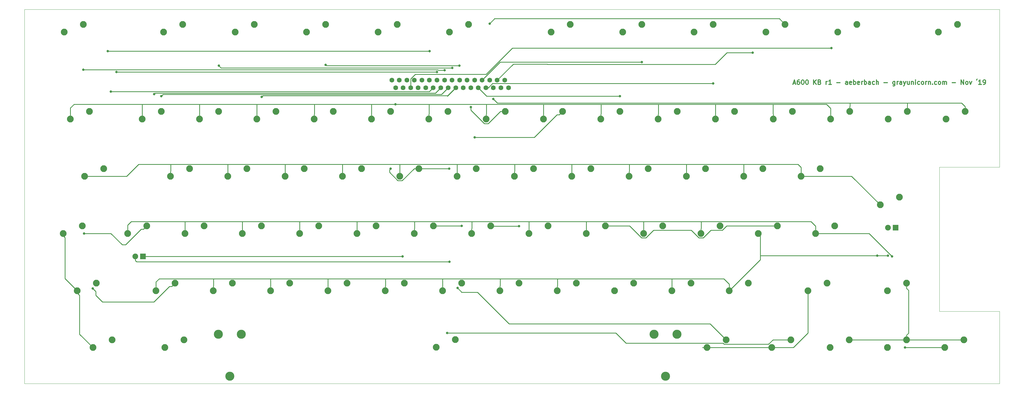
<source format=gbr>
G04 #@! TF.GenerationSoftware,KiCad,Pcbnew,(5.1.4-0-10_14)*
G04 #@! TF.CreationDate,2019-11-18T20:50:20+11:00*
G04 #@! TF.ProjectId,A600KB,41363030-4b42-42e6-9b69-6361645f7063,rev?*
G04 #@! TF.SameCoordinates,Original*
G04 #@! TF.FileFunction,Copper,L1,Top*
G04 #@! TF.FilePolarity,Positive*
%FSLAX46Y46*%
G04 Gerber Fmt 4.6, Leading zero omitted, Abs format (unit mm)*
G04 Created by KiCad (PCBNEW (5.1.4-0-10_14)) date 2019-11-18 20:50:20*
%MOMM*%
%LPD*%
G04 APERTURE LIST*
%ADD10C,0.300000*%
%ADD11C,0.100000*%
%ADD12C,3.000000*%
%ADD13C,2.250000*%
%ADD14C,1.600000*%
%ADD15C,1.905000*%
%ADD16R,1.905000X1.905000*%
%ADD17C,0.800000*%
%ADD18C,0.250000*%
G04 APERTURE END LIST*
D10*
X295441714Y-64512000D02*
X296156000Y-64512000D01*
X295298857Y-64940571D02*
X295798857Y-63440571D01*
X296298857Y-64940571D01*
X297441714Y-63440571D02*
X297156000Y-63440571D01*
X297013142Y-63512000D01*
X296941714Y-63583428D01*
X296798857Y-63797714D01*
X296727428Y-64083428D01*
X296727428Y-64654857D01*
X296798857Y-64797714D01*
X296870285Y-64869142D01*
X297013142Y-64940571D01*
X297298857Y-64940571D01*
X297441714Y-64869142D01*
X297513142Y-64797714D01*
X297584571Y-64654857D01*
X297584571Y-64297714D01*
X297513142Y-64154857D01*
X297441714Y-64083428D01*
X297298857Y-64012000D01*
X297013142Y-64012000D01*
X296870285Y-64083428D01*
X296798857Y-64154857D01*
X296727428Y-64297714D01*
X298513142Y-63440571D02*
X298656000Y-63440571D01*
X298798857Y-63512000D01*
X298870285Y-63583428D01*
X298941714Y-63726285D01*
X299013142Y-64012000D01*
X299013142Y-64369142D01*
X298941714Y-64654857D01*
X298870285Y-64797714D01*
X298798857Y-64869142D01*
X298656000Y-64940571D01*
X298513142Y-64940571D01*
X298370285Y-64869142D01*
X298298857Y-64797714D01*
X298227428Y-64654857D01*
X298156000Y-64369142D01*
X298156000Y-64012000D01*
X298227428Y-63726285D01*
X298298857Y-63583428D01*
X298370285Y-63512000D01*
X298513142Y-63440571D01*
X299941714Y-63440571D02*
X300084571Y-63440571D01*
X300227428Y-63512000D01*
X300298857Y-63583428D01*
X300370285Y-63726285D01*
X300441714Y-64012000D01*
X300441714Y-64369142D01*
X300370285Y-64654857D01*
X300298857Y-64797714D01*
X300227428Y-64869142D01*
X300084571Y-64940571D01*
X299941714Y-64940571D01*
X299798857Y-64869142D01*
X299727428Y-64797714D01*
X299656000Y-64654857D01*
X299584571Y-64369142D01*
X299584571Y-64012000D01*
X299656000Y-63726285D01*
X299727428Y-63583428D01*
X299798857Y-63512000D01*
X299941714Y-63440571D01*
X302227428Y-64940571D02*
X302227428Y-63440571D01*
X303084571Y-64940571D02*
X302441714Y-64083428D01*
X303084571Y-63440571D02*
X302227428Y-64297714D01*
X304227428Y-64154857D02*
X304441714Y-64226285D01*
X304513142Y-64297714D01*
X304584571Y-64440571D01*
X304584571Y-64654857D01*
X304513142Y-64797714D01*
X304441714Y-64869142D01*
X304298857Y-64940571D01*
X303727428Y-64940571D01*
X303727428Y-63440571D01*
X304227428Y-63440571D01*
X304370285Y-63512000D01*
X304441714Y-63583428D01*
X304513142Y-63726285D01*
X304513142Y-63869142D01*
X304441714Y-64012000D01*
X304370285Y-64083428D01*
X304227428Y-64154857D01*
X303727428Y-64154857D01*
X306370285Y-64940571D02*
X306370285Y-63940571D01*
X306370285Y-64226285D02*
X306441714Y-64083428D01*
X306513142Y-64012000D01*
X306656000Y-63940571D01*
X306798857Y-63940571D01*
X308084571Y-64940571D02*
X307227428Y-64940571D01*
X307656000Y-64940571D02*
X307656000Y-63440571D01*
X307513142Y-63654857D01*
X307370285Y-63797714D01*
X307227428Y-63869142D01*
X309870285Y-64369142D02*
X311013142Y-64369142D01*
X313513142Y-64940571D02*
X313513142Y-64154857D01*
X313441714Y-64012000D01*
X313298857Y-63940571D01*
X313013142Y-63940571D01*
X312870285Y-64012000D01*
X313513142Y-64869142D02*
X313370285Y-64940571D01*
X313013142Y-64940571D01*
X312870285Y-64869142D01*
X312798857Y-64726285D01*
X312798857Y-64583428D01*
X312870285Y-64440571D01*
X313013142Y-64369142D01*
X313370285Y-64369142D01*
X313513142Y-64297714D01*
X314798857Y-64869142D02*
X314656000Y-64940571D01*
X314370285Y-64940571D01*
X314227428Y-64869142D01*
X314156000Y-64726285D01*
X314156000Y-64154857D01*
X314227428Y-64012000D01*
X314370285Y-63940571D01*
X314656000Y-63940571D01*
X314798857Y-64012000D01*
X314870285Y-64154857D01*
X314870285Y-64297714D01*
X314156000Y-64440571D01*
X315513142Y-64940571D02*
X315513142Y-63440571D01*
X315513142Y-64012000D02*
X315656000Y-63940571D01*
X315941714Y-63940571D01*
X316084571Y-64012000D01*
X316156000Y-64083428D01*
X316227428Y-64226285D01*
X316227428Y-64654857D01*
X316156000Y-64797714D01*
X316084571Y-64869142D01*
X315941714Y-64940571D01*
X315656000Y-64940571D01*
X315513142Y-64869142D01*
X317441714Y-64869142D02*
X317298857Y-64940571D01*
X317013142Y-64940571D01*
X316870285Y-64869142D01*
X316798857Y-64726285D01*
X316798857Y-64154857D01*
X316870285Y-64012000D01*
X317013142Y-63940571D01*
X317298857Y-63940571D01*
X317441714Y-64012000D01*
X317513142Y-64154857D01*
X317513142Y-64297714D01*
X316798857Y-64440571D01*
X318156000Y-64940571D02*
X318156000Y-63940571D01*
X318156000Y-64226285D02*
X318227428Y-64083428D01*
X318298857Y-64012000D01*
X318441714Y-63940571D01*
X318584571Y-63940571D01*
X319084571Y-64940571D02*
X319084571Y-63440571D01*
X319084571Y-64012000D02*
X319227428Y-63940571D01*
X319513142Y-63940571D01*
X319656000Y-64012000D01*
X319727428Y-64083428D01*
X319798857Y-64226285D01*
X319798857Y-64654857D01*
X319727428Y-64797714D01*
X319656000Y-64869142D01*
X319513142Y-64940571D01*
X319227428Y-64940571D01*
X319084571Y-64869142D01*
X321084571Y-64940571D02*
X321084571Y-64154857D01*
X321013142Y-64012000D01*
X320870285Y-63940571D01*
X320584571Y-63940571D01*
X320441714Y-64012000D01*
X321084571Y-64869142D02*
X320941714Y-64940571D01*
X320584571Y-64940571D01*
X320441714Y-64869142D01*
X320370285Y-64726285D01*
X320370285Y-64583428D01*
X320441714Y-64440571D01*
X320584571Y-64369142D01*
X320941714Y-64369142D01*
X321084571Y-64297714D01*
X322441714Y-64869142D02*
X322298857Y-64940571D01*
X322013142Y-64940571D01*
X321870285Y-64869142D01*
X321798857Y-64797714D01*
X321727428Y-64654857D01*
X321727428Y-64226285D01*
X321798857Y-64083428D01*
X321870285Y-64012000D01*
X322013142Y-63940571D01*
X322298857Y-63940571D01*
X322441714Y-64012000D01*
X323084571Y-64940571D02*
X323084571Y-63440571D01*
X323727428Y-64940571D02*
X323727428Y-64154857D01*
X323656000Y-64012000D01*
X323513142Y-63940571D01*
X323298857Y-63940571D01*
X323156000Y-64012000D01*
X323084571Y-64083428D01*
X325584571Y-64369142D02*
X326727428Y-64369142D01*
X329227428Y-63940571D02*
X329227428Y-65154857D01*
X329156000Y-65297714D01*
X329084571Y-65369142D01*
X328941714Y-65440571D01*
X328727428Y-65440571D01*
X328584571Y-65369142D01*
X329227428Y-64869142D02*
X329084571Y-64940571D01*
X328798857Y-64940571D01*
X328656000Y-64869142D01*
X328584571Y-64797714D01*
X328513142Y-64654857D01*
X328513142Y-64226285D01*
X328584571Y-64083428D01*
X328656000Y-64012000D01*
X328798857Y-63940571D01*
X329084571Y-63940571D01*
X329227428Y-64012000D01*
X329941714Y-64940571D02*
X329941714Y-63940571D01*
X329941714Y-64226285D02*
X330013142Y-64083428D01*
X330084571Y-64012000D01*
X330227428Y-63940571D01*
X330370285Y-63940571D01*
X331513142Y-64940571D02*
X331513142Y-64154857D01*
X331441714Y-64012000D01*
X331298857Y-63940571D01*
X331013142Y-63940571D01*
X330870285Y-64012000D01*
X331513142Y-64869142D02*
X331370285Y-64940571D01*
X331013142Y-64940571D01*
X330870285Y-64869142D01*
X330798857Y-64726285D01*
X330798857Y-64583428D01*
X330870285Y-64440571D01*
X331013142Y-64369142D01*
X331370285Y-64369142D01*
X331513142Y-64297714D01*
X332084571Y-63940571D02*
X332441714Y-64940571D01*
X332798857Y-63940571D02*
X332441714Y-64940571D01*
X332298857Y-65297714D01*
X332227428Y-65369142D01*
X332084571Y-65440571D01*
X334013142Y-63940571D02*
X334013142Y-64940571D01*
X333370285Y-63940571D02*
X333370285Y-64726285D01*
X333441714Y-64869142D01*
X333584571Y-64940571D01*
X333798857Y-64940571D01*
X333941714Y-64869142D01*
X334013142Y-64797714D01*
X334727428Y-63940571D02*
X334727428Y-64940571D01*
X334727428Y-64083428D02*
X334798857Y-64012000D01*
X334941714Y-63940571D01*
X335156000Y-63940571D01*
X335298857Y-64012000D01*
X335370285Y-64154857D01*
X335370285Y-64940571D01*
X336084571Y-64940571D02*
X336084571Y-63940571D01*
X336084571Y-63440571D02*
X336013142Y-63512000D01*
X336084571Y-63583428D01*
X336156000Y-63512000D01*
X336084571Y-63440571D01*
X336084571Y-63583428D01*
X337441714Y-64869142D02*
X337298857Y-64940571D01*
X337013142Y-64940571D01*
X336870285Y-64869142D01*
X336798857Y-64797714D01*
X336727428Y-64654857D01*
X336727428Y-64226285D01*
X336798857Y-64083428D01*
X336870285Y-64012000D01*
X337013142Y-63940571D01*
X337298857Y-63940571D01*
X337441714Y-64012000D01*
X338298857Y-64940571D02*
X338156000Y-64869142D01*
X338084571Y-64797714D01*
X338013142Y-64654857D01*
X338013142Y-64226285D01*
X338084571Y-64083428D01*
X338156000Y-64012000D01*
X338298857Y-63940571D01*
X338513142Y-63940571D01*
X338656000Y-64012000D01*
X338727428Y-64083428D01*
X338798857Y-64226285D01*
X338798857Y-64654857D01*
X338727428Y-64797714D01*
X338656000Y-64869142D01*
X338513142Y-64940571D01*
X338298857Y-64940571D01*
X339441714Y-64940571D02*
X339441714Y-63940571D01*
X339441714Y-64226285D02*
X339513142Y-64083428D01*
X339584571Y-64012000D01*
X339727428Y-63940571D01*
X339870285Y-63940571D01*
X340370285Y-63940571D02*
X340370285Y-64940571D01*
X340370285Y-64083428D02*
X340441714Y-64012000D01*
X340584571Y-63940571D01*
X340798857Y-63940571D01*
X340941714Y-64012000D01*
X341013142Y-64154857D01*
X341013142Y-64940571D01*
X341727428Y-64797714D02*
X341798857Y-64869142D01*
X341727428Y-64940571D01*
X341656000Y-64869142D01*
X341727428Y-64797714D01*
X341727428Y-64940571D01*
X343084571Y-64869142D02*
X342941714Y-64940571D01*
X342656000Y-64940571D01*
X342513142Y-64869142D01*
X342441714Y-64797714D01*
X342370285Y-64654857D01*
X342370285Y-64226285D01*
X342441714Y-64083428D01*
X342513142Y-64012000D01*
X342656000Y-63940571D01*
X342941714Y-63940571D01*
X343084571Y-64012000D01*
X343941714Y-64940571D02*
X343798857Y-64869142D01*
X343727428Y-64797714D01*
X343656000Y-64654857D01*
X343656000Y-64226285D01*
X343727428Y-64083428D01*
X343798857Y-64012000D01*
X343941714Y-63940571D01*
X344156000Y-63940571D01*
X344298857Y-64012000D01*
X344370285Y-64083428D01*
X344441714Y-64226285D01*
X344441714Y-64654857D01*
X344370285Y-64797714D01*
X344298857Y-64869142D01*
X344156000Y-64940571D01*
X343941714Y-64940571D01*
X345084571Y-64940571D02*
X345084571Y-63940571D01*
X345084571Y-64083428D02*
X345156000Y-64012000D01*
X345298857Y-63940571D01*
X345513142Y-63940571D01*
X345656000Y-64012000D01*
X345727428Y-64154857D01*
X345727428Y-64940571D01*
X345727428Y-64154857D02*
X345798857Y-64012000D01*
X345941714Y-63940571D01*
X346156000Y-63940571D01*
X346298857Y-64012000D01*
X346370285Y-64154857D01*
X346370285Y-64940571D01*
X348227428Y-64369142D02*
X349370285Y-64369142D01*
X351227428Y-64940571D02*
X351227428Y-63440571D01*
X352084571Y-64940571D01*
X352084571Y-63440571D01*
X353013142Y-64940571D02*
X352870285Y-64869142D01*
X352798857Y-64797714D01*
X352727428Y-64654857D01*
X352727428Y-64226285D01*
X352798857Y-64083428D01*
X352870285Y-64012000D01*
X353013142Y-63940571D01*
X353227428Y-63940571D01*
X353370285Y-64012000D01*
X353441714Y-64083428D01*
X353513142Y-64226285D01*
X353513142Y-64654857D01*
X353441714Y-64797714D01*
X353370285Y-64869142D01*
X353227428Y-64940571D01*
X353013142Y-64940571D01*
X354013142Y-63940571D02*
X354370285Y-64940571D01*
X354727428Y-63940571D01*
X356370285Y-63512000D02*
X356370285Y-63440571D01*
X356441714Y-63297714D01*
X356513142Y-63226285D01*
X357941714Y-64940571D02*
X357084571Y-64940571D01*
X357513142Y-64940571D02*
X357513142Y-63440571D01*
X357370285Y-63654857D01*
X357227428Y-63797714D01*
X357084571Y-63869142D01*
X358656000Y-64940571D02*
X358941714Y-64940571D01*
X359084571Y-64869142D01*
X359156000Y-64797714D01*
X359298857Y-64583428D01*
X359370285Y-64297714D01*
X359370285Y-63726285D01*
X359298857Y-63583428D01*
X359227428Y-63512000D01*
X359084571Y-63440571D01*
X358798857Y-63440571D01*
X358656000Y-63512000D01*
X358584571Y-63583428D01*
X358513142Y-63726285D01*
X358513142Y-64083428D01*
X358584571Y-64226285D01*
X358656000Y-64297714D01*
X358798857Y-64369142D01*
X359084571Y-64369142D01*
X359227428Y-64297714D01*
X359298857Y-64226285D01*
X359370285Y-64083428D01*
D11*
X364000000Y-140500000D02*
X364000000Y-164500000D01*
X364000000Y-40000000D02*
X364000000Y-92500000D01*
X344000000Y-92500000D02*
X364000000Y-92500000D01*
X344000000Y-140500000D02*
X344000000Y-92500000D01*
X364000000Y-140500000D02*
X344000000Y-140500000D01*
X40000000Y-164500000D02*
X364000000Y-164500000D01*
X40000000Y-40000000D02*
X40000000Y-164500000D01*
X40000000Y-40000000D02*
X364000000Y-40000000D01*
D12*
X256794000Y-148082000D03*
X249174000Y-148082000D03*
X252984000Y-162052000D03*
X112014000Y-148082000D03*
X104394000Y-148082000D03*
X108204000Y-162052000D03*
D13*
X183134000Y-149860000D03*
X176784000Y-152400000D03*
X66294000Y-92964000D03*
X59944000Y-95504000D03*
X63881000Y-131064000D03*
X57531000Y-133604000D03*
X306705000Y-131064000D03*
X300355000Y-133604000D03*
D14*
X162052000Y-63540000D03*
X163302000Y-66040000D03*
X164552000Y-63540000D03*
X165802000Y-66040000D03*
X167052000Y-63540000D03*
X168302000Y-66040000D03*
X169552000Y-63540000D03*
X170802000Y-66040000D03*
X172052000Y-63540000D03*
X173302000Y-66040000D03*
X174552000Y-63540000D03*
X175802000Y-66040000D03*
X177052000Y-63540000D03*
X178302000Y-66040000D03*
X179552000Y-63540000D03*
X180802000Y-66040000D03*
X182052000Y-63540000D03*
X183302000Y-66040000D03*
X184552000Y-63540000D03*
X185802000Y-66040000D03*
X187052000Y-63540000D03*
X188302000Y-66040000D03*
X189552000Y-63540000D03*
X190802000Y-66040000D03*
X192052000Y-63540000D03*
X193302000Y-66040000D03*
X194552000Y-63540000D03*
X195802000Y-66040000D03*
X197052000Y-63540000D03*
X198302000Y-66040000D03*
X199552000Y-63540000D03*
X200802000Y-66040000D03*
D13*
X59563000Y-44958000D03*
X53213000Y-47498000D03*
X86233000Y-47498000D03*
X92583000Y-44958000D03*
X116332000Y-44958000D03*
X109982000Y-47498000D03*
X133731000Y-47498000D03*
X140081000Y-44958000D03*
X163830000Y-44958000D03*
X157480000Y-47498000D03*
X181229000Y-47498000D03*
X187579000Y-44958000D03*
X221361000Y-44958000D03*
X215011000Y-47498000D03*
X238760000Y-47498000D03*
X245110000Y-44958000D03*
X268859000Y-44958000D03*
X262509000Y-47498000D03*
X286385000Y-47498000D03*
X292735000Y-44958000D03*
X316611000Y-44958000D03*
X310261000Y-47498000D03*
X55245000Y-76454000D03*
X61595000Y-73914000D03*
X79121000Y-76454000D03*
X85471000Y-73914000D03*
X104521000Y-73914000D03*
X98171000Y-76454000D03*
X117221000Y-76454000D03*
X123571000Y-73914000D03*
X142621000Y-73914000D03*
X136271000Y-76454000D03*
X161671000Y-73914000D03*
X155321000Y-76454000D03*
X174371000Y-76454000D03*
X180721000Y-73914000D03*
X199771000Y-73914000D03*
X193421000Y-76454000D03*
X212471000Y-76454000D03*
X218821000Y-73914000D03*
X237871000Y-73914000D03*
X231521000Y-76454000D03*
X256921000Y-73914000D03*
X250571000Y-76454000D03*
X269621000Y-76454000D03*
X275971000Y-73914000D03*
X295148000Y-73914000D03*
X288798000Y-76454000D03*
X307848000Y-76454000D03*
X314198000Y-73914000D03*
X327025000Y-76454000D03*
X333375000Y-73914000D03*
X352552000Y-73914000D03*
X346202000Y-76454000D03*
X343662000Y-47498000D03*
X350012000Y-44958000D03*
X88519000Y-95504000D03*
X94869000Y-92964000D03*
X113919000Y-92964000D03*
X107569000Y-95504000D03*
X126619000Y-95504000D03*
X132969000Y-92964000D03*
X152019000Y-92964000D03*
X145669000Y-95504000D03*
X164719000Y-95504000D03*
X171069000Y-92964000D03*
X190119000Y-92964000D03*
X183769000Y-95504000D03*
X202819000Y-95504000D03*
X209169000Y-92964000D03*
X228219000Y-92964000D03*
X221869000Y-95504000D03*
X240919000Y-95504000D03*
X247269000Y-92964000D03*
X266319000Y-92964000D03*
X259969000Y-95504000D03*
X279019000Y-95504000D03*
X285369000Y-92964000D03*
X304419000Y-92964000D03*
X298069000Y-95504000D03*
X330708000Y-102489000D03*
X324358000Y-105029000D03*
D15*
X326898000Y-112649000D03*
D16*
X329438000Y-112649000D03*
D13*
X59182000Y-112014000D03*
X52832000Y-114554000D03*
X80645000Y-112014000D03*
X74295000Y-114554000D03*
D15*
X76835000Y-122174000D03*
D16*
X79375000Y-122174000D03*
D13*
X99695000Y-112014000D03*
X93345000Y-114554000D03*
X112395000Y-114554000D03*
X118745000Y-112014000D03*
X137795000Y-112014000D03*
X131445000Y-114554000D03*
X150495000Y-114554000D03*
X156845000Y-112014000D03*
X175895000Y-112014000D03*
X169545000Y-114554000D03*
X188595000Y-114554000D03*
X194945000Y-112014000D03*
X213995000Y-112014000D03*
X207645000Y-114554000D03*
X226695000Y-114554000D03*
X233045000Y-112014000D03*
X252095000Y-112014000D03*
X245745000Y-114554000D03*
X264795000Y-114554000D03*
X271145000Y-112014000D03*
X242443000Y-131064000D03*
X236093000Y-133604000D03*
X302895000Y-114554000D03*
X309245000Y-112014000D03*
X326771000Y-133604000D03*
X333121000Y-131064000D03*
X90043000Y-131064000D03*
X83693000Y-133604000D03*
X102743000Y-133604000D03*
X109093000Y-131064000D03*
X121793000Y-133604000D03*
X128143000Y-131064000D03*
X147193000Y-131064000D03*
X140843000Y-133604000D03*
X159893000Y-133604000D03*
X166243000Y-131064000D03*
X185293000Y-131064000D03*
X178943000Y-133604000D03*
X197993000Y-133604000D03*
X204343000Y-131064000D03*
X223393000Y-131064000D03*
X217043000Y-133604000D03*
X283845000Y-114554000D03*
X290195000Y-112014000D03*
X261493000Y-131064000D03*
X255143000Y-133604000D03*
X274193000Y-133604000D03*
X280543000Y-131064000D03*
X314071000Y-149987000D03*
X307721000Y-152527000D03*
X333121000Y-149987000D03*
X326771000Y-152527000D03*
X345821000Y-152527000D03*
X352171000Y-149987000D03*
X62738000Y-152527000D03*
X69088000Y-149987000D03*
X92964000Y-149987000D03*
X86614000Y-152527000D03*
X266827000Y-152527000D03*
X273177000Y-149987000D03*
X288290000Y-152527000D03*
X294640000Y-149987000D03*
D17*
X163252990Y-71570010D03*
X165608000Y-122174000D03*
X328262099Y-122206901D03*
X332613000Y-152527000D03*
X308102000Y-52832000D03*
X326898000Y-121920000D03*
X323342000Y-121920000D03*
X180434099Y-147668099D03*
X181229000Y-123952000D03*
X183896000Y-132715000D03*
X174625000Y-53848000D03*
X67691000Y-53848000D03*
X68707000Y-67310000D03*
X177052000Y-60847000D03*
X70499000Y-60847000D03*
X83058000Y-68199000D03*
X59817000Y-114554000D03*
X62676999Y-132907999D03*
X179552000Y-60224000D03*
X59563000Y-60071000D03*
X85471000Y-68834000D03*
X182118000Y-59436000D03*
X104584500Y-58737500D03*
X118808500Y-69151500D03*
X184531000Y-58674000D03*
X140081000Y-58420000D03*
X161671000Y-92964000D03*
X181102000Y-92964000D03*
X185293000Y-112014000D03*
X204343000Y-112141000D03*
X188341000Y-72517000D03*
X189611000Y-82550000D03*
X237871000Y-68834000D03*
X245110000Y-57531000D03*
X268859000Y-64643000D03*
X194564000Y-44704000D03*
X195802000Y-69818000D03*
X281940000Y-54356000D03*
D18*
X55245000Y-72771000D02*
X55245000Y-76454000D01*
X307848000Y-72898000D02*
X306520010Y-71570010D01*
X56445990Y-71570010D02*
X55245000Y-72771000D01*
X307848000Y-76454000D02*
X307848000Y-72898000D01*
X79121000Y-76454000D02*
X79121000Y-71570010D01*
X98171000Y-76454000D02*
X98171000Y-71570010D01*
X117221000Y-76454000D02*
X117221000Y-71570010D01*
X136328990Y-74805020D02*
X136328990Y-71570010D01*
X136271000Y-74863010D02*
X136328990Y-74805020D01*
X136328990Y-71570010D02*
X56445990Y-71570010D01*
X136271000Y-76454000D02*
X136271000Y-74863010D01*
X155321000Y-76454000D02*
X155321000Y-71570010D01*
X163252990Y-71570010D02*
X136328990Y-71570010D01*
X174428990Y-74805020D02*
X174428990Y-71570010D01*
X174371000Y-74863010D02*
X174428990Y-74805020D01*
X174371000Y-76454000D02*
X174371000Y-74863010D01*
X174428990Y-71570010D02*
X163252990Y-71570010D01*
X193478990Y-74805020D02*
X193478990Y-71570010D01*
X193421000Y-74863010D02*
X193478990Y-74805020D01*
X193421000Y-76454000D02*
X193421000Y-74863010D01*
X193478990Y-71570010D02*
X174428990Y-71570010D01*
X212471000Y-76454000D02*
X212471000Y-71628000D01*
X212471000Y-71628000D02*
X212413010Y-71570010D01*
X212413010Y-71570010D02*
X193478990Y-71570010D01*
X231578990Y-74805020D02*
X231578990Y-71570010D01*
X231521000Y-74863010D02*
X231578990Y-74805020D01*
X231521000Y-76454000D02*
X231521000Y-74863010D01*
X231578990Y-71570010D02*
X212413010Y-71570010D01*
X250628990Y-74805020D02*
X250628990Y-71570010D01*
X250571000Y-74863010D02*
X250628990Y-74805020D01*
X250628990Y-71570010D02*
X231578990Y-71570010D01*
X250571000Y-76454000D02*
X250571000Y-74863010D01*
X269621000Y-71628000D02*
X269563010Y-71570010D01*
X269621000Y-76454000D02*
X269621000Y-71628000D01*
X269563010Y-71570010D02*
X250628990Y-71570010D01*
X288798000Y-76454000D02*
X288798000Y-74863010D01*
X288740010Y-74805020D02*
X288740010Y-71570010D01*
X288740010Y-71570010D02*
X269563010Y-71570010D01*
X288798000Y-74863010D02*
X288740010Y-74805020D01*
X306520010Y-71570010D02*
X288740010Y-71570010D01*
X163252990Y-71570010D02*
X163252990Y-71570010D01*
X314833000Y-95504000D02*
X324358000Y-105029000D01*
X298069000Y-95504000D02*
X314833000Y-95504000D01*
X61534990Y-95504000D02*
X59944000Y-95504000D01*
X73951772Y-95504000D02*
X61534990Y-95504000D01*
X77941773Y-91513999D02*
X73951772Y-95504000D01*
X298069000Y-92583000D02*
X296999999Y-91513999D01*
X298069000Y-95504000D02*
X298069000Y-92583000D01*
X88572001Y-93860009D02*
X88572001Y-91513999D01*
X88519000Y-93913010D02*
X88572001Y-93860009D01*
X88572001Y-91513999D02*
X77941773Y-91513999D01*
X88519000Y-95504000D02*
X88519000Y-93913010D01*
X107569000Y-91587998D02*
X107642999Y-91513999D01*
X107569000Y-95504000D02*
X107569000Y-91587998D01*
X107642999Y-91513999D02*
X88572001Y-91513999D01*
X126619000Y-95504000D02*
X126619000Y-91587998D01*
X126619000Y-91587998D02*
X126692999Y-91513999D01*
X126692999Y-91513999D02*
X107642999Y-91513999D01*
X145669000Y-91567000D02*
X145722001Y-91513999D01*
X145669000Y-95504000D02*
X145669000Y-91567000D01*
X145722001Y-91513999D02*
X126692999Y-91513999D01*
X164719000Y-95504000D02*
X164719000Y-91567000D01*
X164665999Y-91513999D02*
X145722001Y-91513999D01*
X164719000Y-91567000D02*
X164665999Y-91513999D01*
X183769000Y-91567000D02*
X183715999Y-91513999D01*
X183715999Y-91513999D02*
X164665999Y-91513999D01*
X183769000Y-95504000D02*
X183769000Y-91567000D01*
X202872001Y-93860009D02*
X202872001Y-91513999D01*
X202819000Y-93913010D02*
X202872001Y-93860009D01*
X202819000Y-95504000D02*
X202819000Y-93913010D01*
X202872001Y-91513999D02*
X183715999Y-91513999D01*
X221815999Y-93860009D02*
X221815999Y-91513999D01*
X221869000Y-93913010D02*
X221815999Y-93860009D01*
X221869000Y-95504000D02*
X221869000Y-93913010D01*
X221815999Y-91513999D02*
X202872001Y-91513999D01*
X240919000Y-95504000D02*
X240919000Y-93913010D01*
X240919000Y-93913010D02*
X240972001Y-93860009D01*
X240972001Y-91513999D02*
X221815999Y-91513999D01*
X240972001Y-93860009D02*
X240972001Y-91513999D01*
X259969000Y-91567000D02*
X259915999Y-91513999D01*
X259969000Y-95504000D02*
X259969000Y-91567000D01*
X259915999Y-91513999D02*
X240972001Y-91513999D01*
X279019000Y-93913010D02*
X278965999Y-93860009D01*
X278965999Y-93860009D02*
X278965999Y-91513999D01*
X279019000Y-95504000D02*
X279019000Y-93913010D01*
X278965999Y-91513999D02*
X259915999Y-91513999D01*
X296999999Y-91513999D02*
X278965999Y-91513999D01*
X165608000Y-122174000D02*
X79375000Y-122174000D01*
X74295000Y-111760000D02*
X74295000Y-114554000D01*
X75438000Y-110617000D02*
X74295000Y-111760000D01*
X79948999Y-110563999D02*
X79895998Y-110617000D01*
X79895998Y-110617000D02*
X75438000Y-110617000D01*
X302895000Y-112141000D02*
X301317999Y-110563999D01*
X302895000Y-114554000D02*
X302895000Y-112141000D01*
X93345000Y-110617000D02*
X93291999Y-110563999D01*
X93291999Y-110563999D02*
X79948999Y-110563999D01*
X93345000Y-114554000D02*
X93345000Y-110617000D01*
X112395000Y-110637998D02*
X112321001Y-110563999D01*
X112395000Y-114554000D02*
X112395000Y-110637998D01*
X112321001Y-110563999D02*
X93291999Y-110563999D01*
X131445000Y-114554000D02*
X131445000Y-110617000D01*
X131391999Y-110563999D02*
X112321001Y-110563999D01*
X131445000Y-110617000D02*
X131391999Y-110563999D01*
X150441999Y-112910009D02*
X150441999Y-110563999D01*
X150495000Y-114554000D02*
X150495000Y-112963010D01*
X150441999Y-110563999D02*
X131391999Y-110563999D01*
X150495000Y-112963010D02*
X150441999Y-112910009D01*
X169598001Y-112910009D02*
X169598001Y-110563999D01*
X169545000Y-112963010D02*
X169598001Y-112910009D01*
X169545000Y-114554000D02*
X169545000Y-112963010D01*
X169598001Y-110563999D02*
X150441999Y-110563999D01*
X188648001Y-112910009D02*
X188648001Y-110563999D01*
X188595000Y-112963010D02*
X188648001Y-112910009D01*
X188595000Y-114554000D02*
X188595000Y-112963010D01*
X188648001Y-110563999D02*
X169598001Y-110563999D01*
X207645000Y-114554000D02*
X207645000Y-110617000D01*
X207698001Y-110563999D02*
X188648001Y-110563999D01*
X207645000Y-110617000D02*
X207698001Y-110563999D01*
X226695000Y-110617000D02*
X226748001Y-110563999D01*
X226695000Y-114554000D02*
X226695000Y-110617000D01*
X226748001Y-110563999D02*
X207698001Y-110563999D01*
X245745000Y-110617000D02*
X245798001Y-110563999D01*
X245745000Y-114554000D02*
X245745000Y-110617000D01*
X245798001Y-110563999D02*
X226748001Y-110563999D01*
X264848001Y-112910009D02*
X264848001Y-110563999D01*
X264795000Y-112963010D02*
X264848001Y-112910009D01*
X264795000Y-114554000D02*
X264795000Y-112963010D01*
X264848001Y-110563999D02*
X245798001Y-110563999D01*
X301317999Y-110563999D02*
X264848001Y-110563999D01*
X332613000Y-152527000D02*
X345821000Y-152527000D01*
X320609198Y-114554000D02*
X328262099Y-122206901D01*
X302895000Y-114554000D02*
X320609198Y-114554000D01*
X308102000Y-52832000D02*
X308102000Y-52832000D01*
X202123590Y-52832000D02*
X308102000Y-52832000D01*
X193360590Y-61595000D02*
X202123590Y-52832000D01*
X168302000Y-63124998D02*
X169831998Y-61595000D01*
X169831998Y-61595000D02*
X193360590Y-61595000D01*
X168302000Y-66040000D02*
X168302000Y-63124998D01*
X284480000Y-115189000D02*
X283845000Y-114554000D01*
X274193000Y-133604000D02*
X284480000Y-123317000D01*
X274193000Y-133604000D02*
X274193000Y-131445000D01*
X274193000Y-131445000D02*
X272361999Y-129613999D01*
X83693000Y-130683000D02*
X83693000Y-133604000D01*
X84762001Y-129613999D02*
X83693000Y-130683000D01*
X102816999Y-131939011D02*
X102816999Y-129613999D01*
X102816999Y-129613999D02*
X84762001Y-129613999D01*
X102743000Y-132013010D02*
X102816999Y-131939011D01*
X102743000Y-133604000D02*
X102743000Y-132013010D01*
X121793000Y-129667000D02*
X121846001Y-129613999D01*
X121793000Y-133604000D02*
X121793000Y-129667000D01*
X121846001Y-129613999D02*
X102816999Y-129613999D01*
X140896001Y-129613999D02*
X121846001Y-129613999D01*
X140843000Y-129667000D02*
X140896001Y-129613999D01*
X140843000Y-133604000D02*
X140843000Y-129667000D01*
X159946001Y-131960009D02*
X159946001Y-129613999D01*
X159893000Y-132013010D02*
X159946001Y-131960009D01*
X159946001Y-129613999D02*
X140896001Y-129613999D01*
X159893000Y-133604000D02*
X159893000Y-132013010D01*
X178943000Y-129667000D02*
X178889999Y-129613999D01*
X178943000Y-133604000D02*
X178943000Y-129667000D01*
X178889999Y-129613999D02*
X159946001Y-129613999D01*
X198046001Y-131960009D02*
X198046001Y-129613999D01*
X197993000Y-133604000D02*
X197993000Y-132013010D01*
X198046001Y-129613999D02*
X178889999Y-129613999D01*
X197993000Y-132013010D02*
X198046001Y-131960009D01*
X217096001Y-131960009D02*
X217096001Y-129613999D01*
X217043000Y-133604000D02*
X217043000Y-132013010D01*
X217043000Y-132013010D02*
X217096001Y-131960009D01*
X217096001Y-129613999D02*
X198046001Y-129613999D01*
X255143000Y-129667000D02*
X255196001Y-129613999D01*
X255143000Y-133604000D02*
X255143000Y-129667000D01*
X255196001Y-129613999D02*
X217096001Y-129613999D01*
X272361999Y-129613999D02*
X255196001Y-129613999D01*
X326332315Y-121920000D02*
X323342000Y-121920000D01*
X284480000Y-121920000D02*
X284480000Y-115189000D01*
X326898000Y-121920000D02*
X326332315Y-121920000D01*
X284480000Y-123317000D02*
X284480000Y-121920000D01*
X323342000Y-121920000D02*
X284480000Y-121920000D01*
X293049010Y-149987000D02*
X294640000Y-149987000D01*
X288683998Y-149987000D02*
X293049010Y-149987000D01*
X287233997Y-151437001D02*
X288683998Y-149987000D01*
X272120997Y-151076999D02*
X272480999Y-151437001D01*
X272480999Y-151437001D02*
X287233997Y-151437001D01*
X239907477Y-151076999D02*
X272120997Y-151076999D01*
X236498577Y-147668099D02*
X239907477Y-151076999D01*
X180434099Y-147668099D02*
X236498577Y-147668099D01*
X76835000Y-123521038D02*
X77265962Y-123952000D01*
X76835000Y-122174000D02*
X76835000Y-123521038D01*
X77265962Y-123952000D02*
X168529000Y-123952000D01*
X168529000Y-123952000D02*
X168529000Y-123952000D01*
X168529000Y-123952000D02*
X181229000Y-123952000D01*
X273177000Y-149987000D02*
X267843000Y-144653000D01*
X267843000Y-144653000D02*
X201041000Y-144653000D01*
X201041000Y-144653000D02*
X190500000Y-134112000D01*
X190500000Y-134112000D02*
X190500000Y-134112000D01*
X190500000Y-134112000D02*
X185293000Y-134112000D01*
X185293000Y-134112000D02*
X183896000Y-132715000D01*
X183896000Y-132715000D02*
X183896000Y-132715000D01*
X174625000Y-53848000D02*
X174059315Y-53848000D01*
X174059315Y-53848000D02*
X67691000Y-53848000D01*
X67691000Y-53848000D02*
X67691000Y-53848000D01*
X175802000Y-66040000D02*
X174532000Y-67310000D01*
X174532000Y-67310000D02*
X68707000Y-67310000D01*
X68707000Y-67310000D02*
X68707000Y-67310000D01*
X177052000Y-60847000D02*
X70499000Y-60847000D01*
X70499000Y-60847000D02*
X70499000Y-60847000D01*
X178302000Y-66040000D02*
X176524000Y-67818000D01*
X176524000Y-67818000D02*
X83439000Y-67818000D01*
X83439000Y-67818000D02*
X83058000Y-68199000D01*
X83058000Y-68199000D02*
X83058000Y-68199000D01*
X79520001Y-113138999D02*
X80645000Y-112014000D01*
X78758001Y-113138999D02*
X79520001Y-113138999D01*
X72448999Y-118294001D02*
X73602999Y-118294001D01*
X73602999Y-118294001D02*
X78758001Y-113138999D01*
X68708998Y-114554000D02*
X72448999Y-118294001D01*
X59817000Y-114554000D02*
X68708998Y-114554000D01*
X88154003Y-132188999D02*
X88918001Y-132188999D01*
X88918001Y-132188999D02*
X90043000Y-131064000D01*
X82999001Y-137344001D02*
X88154003Y-132188999D01*
X65844999Y-137344001D02*
X82999001Y-137344001D01*
X63659901Y-135158903D02*
X65844999Y-137344001D01*
X63659901Y-133890901D02*
X63659901Y-135158903D01*
X62676999Y-132907999D02*
X63659901Y-133890901D01*
X177502002Y-60224000D02*
X177349002Y-60071000D01*
X179552000Y-60224000D02*
X177502002Y-60224000D01*
X177349002Y-60071000D02*
X59563000Y-60071000D01*
X59563000Y-60071000D02*
X59563000Y-60071000D01*
X178573991Y-68268009D02*
X176710400Y-68268010D01*
X180802000Y-66040000D02*
X178573991Y-68268009D01*
X176710400Y-68268010D02*
X86036990Y-68268010D01*
X86036990Y-68268010D02*
X85471000Y-68834000D01*
X85471000Y-68834000D02*
X85471000Y-68834000D01*
X182118000Y-59436000D02*
X105283000Y-59436000D01*
X105283000Y-59436000D02*
X104584500Y-58737500D01*
X104584500Y-58737500D02*
X104521000Y-58674000D01*
X183302000Y-66040000D02*
X180508000Y-68834000D01*
X119241980Y-68718020D02*
X180623980Y-68718020D01*
X182502001Y-66839999D02*
X183302000Y-66040000D01*
X180623980Y-68718020D02*
X182502001Y-66839999D01*
X118808500Y-69151500D02*
X119241980Y-68718020D01*
X184531000Y-58674000D02*
X140335000Y-58674000D01*
X140335000Y-58674000D02*
X140081000Y-58420000D01*
X140081000Y-58420000D02*
X140081000Y-58420000D01*
X169478010Y-92964000D02*
X171069000Y-92964000D01*
X165488009Y-96954001D02*
X169478010Y-92964000D01*
X164022999Y-96954001D02*
X165488009Y-96954001D01*
X161271001Y-94202003D02*
X164022999Y-96954001D01*
X161271001Y-93363999D02*
X161271001Y-94202003D01*
X161671000Y-92964000D02*
X161271001Y-93363999D01*
X171069000Y-92964000D02*
X181102000Y-92964000D01*
X175895000Y-112014000D02*
X185293000Y-112014000D01*
X195072000Y-112141000D02*
X194945000Y-112014000D01*
X204343000Y-112141000D02*
X195072000Y-112141000D01*
X192798998Y-77978000D02*
X188341000Y-73520002D01*
X194043002Y-77978000D02*
X192798998Y-77978000D01*
X198107002Y-73914000D02*
X194043002Y-77978000D01*
X199771000Y-73914000D02*
X198107002Y-73914000D01*
X188341000Y-73520002D02*
X188341000Y-72517000D01*
X188341000Y-72517000D02*
X188341000Y-72517000D01*
X234635990Y-112014000D02*
X233045000Y-112014000D01*
X245048999Y-116004001D02*
X241058998Y-112014000D01*
X246441001Y-116004001D02*
X245048999Y-116004001D01*
X248981001Y-113464001D02*
X246441001Y-116004001D01*
X241058998Y-112014000D02*
X234635990Y-112014000D01*
X261558999Y-113464001D02*
X248981001Y-113464001D01*
X264098999Y-116004001D02*
X261558999Y-113464001D01*
X265491001Y-116004001D02*
X264098999Y-116004001D01*
X268031001Y-113464001D02*
X265491001Y-116004001D01*
X271841001Y-113464001D02*
X268031001Y-113464001D01*
X273291002Y-112014000D02*
X271841001Y-113464001D01*
X290195000Y-112014000D02*
X273291002Y-112014000D01*
X216932003Y-75038999D02*
X209421002Y-82550000D01*
X217696001Y-75038999D02*
X216932003Y-75038999D01*
X218821000Y-73914000D02*
X217696001Y-75038999D01*
X209421002Y-82550000D02*
X189611000Y-82550000D01*
X189611000Y-82550000D02*
X189611000Y-82550000D01*
X190802000Y-66040000D02*
X193596000Y-68834000D01*
X193596000Y-68834000D02*
X237871000Y-68834000D01*
X237871000Y-68834000D02*
X237871000Y-68834000D01*
X192052000Y-63540000D02*
X198061000Y-57531000D01*
X198061000Y-57531000D02*
X245110000Y-57531000D01*
X245110000Y-57531000D02*
X245110000Y-57531000D01*
X195511997Y-64665001D02*
X268836999Y-64665001D01*
X194136998Y-66040000D02*
X195511997Y-64665001D01*
X193302000Y-66040000D02*
X194136998Y-66040000D01*
X292735000Y-44958000D02*
X290830000Y-43053000D01*
X290830000Y-43053000D02*
X196215000Y-43053000D01*
X196215000Y-43053000D02*
X194564000Y-44704000D01*
X194564000Y-44704000D02*
X194564000Y-44704000D01*
X352552000Y-72323010D02*
X351348990Y-71120000D01*
X352552000Y-73914000D02*
X352552000Y-72323010D01*
X333375000Y-72323010D02*
X333375000Y-71120000D01*
X333375000Y-73914000D02*
X333375000Y-72323010D01*
X351348990Y-71120000D02*
X333375000Y-71120000D01*
X333375000Y-71120000D02*
X314325000Y-71120000D01*
X314325000Y-72196010D02*
X314325000Y-71120000D01*
X314198000Y-72323010D02*
X314325000Y-72196010D01*
X314198000Y-73914000D02*
X314198000Y-72323010D01*
X197104000Y-71120000D02*
X195802000Y-69818000D01*
X314325000Y-71120000D02*
X197104000Y-71120000D01*
X195802000Y-69818000D02*
X195802000Y-69818000D01*
X352171000Y-149987000D02*
X333121000Y-149987000D01*
X314071000Y-149987000D02*
X333121000Y-149987000D01*
X333121000Y-148396010D02*
X333756000Y-147761010D01*
X333121000Y-149987000D02*
X333121000Y-148396010D01*
X333756000Y-147761010D02*
X333756000Y-133477000D01*
X333121000Y-132842000D02*
X333121000Y-131064000D01*
X333756000Y-133477000D02*
X333121000Y-132842000D01*
X281940000Y-54356000D02*
X273431000Y-54356000D01*
X269530999Y-58256001D02*
X213831001Y-58256001D01*
X273431000Y-54356000D02*
X269530999Y-58256001D01*
X213831001Y-58256001D02*
X213741000Y-58166000D01*
X202426000Y-58166000D02*
X197052000Y-63540000D01*
X213741000Y-58166000D02*
X202426000Y-58166000D01*
X52832000Y-114554000D02*
X52832000Y-115316000D01*
X52832000Y-115316000D02*
X53467000Y-115951000D01*
X53467000Y-129540000D02*
X57531000Y-133604000D01*
X53467000Y-115951000D02*
X53467000Y-129540000D01*
X295529000Y-152527000D02*
X288290000Y-152527000D01*
X300355000Y-147701000D02*
X295529000Y-152527000D01*
X300355000Y-133604000D02*
X300355000Y-147701000D01*
X288290000Y-152527000D02*
X266827000Y-152527000D01*
X266827000Y-152527000D02*
X265236010Y-152527000D01*
X58293000Y-148082000D02*
X62738000Y-152527000D01*
X58293000Y-135128000D02*
X58293000Y-148082000D01*
X57531000Y-134366000D02*
X58293000Y-135128000D01*
X57531000Y-133604000D02*
X57531000Y-134366000D01*
M02*

</source>
